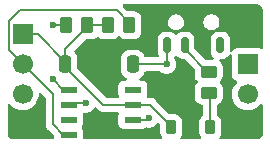
<source format=gbr>
%TF.GenerationSoftware,KiCad,Pcbnew,9.0.5*%
%TF.CreationDate,2025-11-16T03:13:01+01:00*%
%TF.ProjectId,LINBoard,4c494e42-6f61-4726-942e-6b696361645f,v1.0*%
%TF.SameCoordinates,Original*%
%TF.FileFunction,Copper,L1,Top*%
%TF.FilePolarity,Positive*%
%FSLAX46Y46*%
G04 Gerber Fmt 4.6, Leading zero omitted, Abs format (unit mm)*
G04 Created by KiCad (PCBNEW 9.0.5) date 2025-11-16 03:13:01*
%MOMM*%
%LPD*%
G01*
G04 APERTURE LIST*
G04 Aperture macros list*
%AMRoundRect*
0 Rectangle with rounded corners*
0 $1 Rounding radius*
0 $2 $3 $4 $5 $6 $7 $8 $9 X,Y pos of 4 corners*
0 Add a 4 corners polygon primitive as box body*
4,1,4,$2,$3,$4,$5,$6,$7,$8,$9,$2,$3,0*
0 Add four circle primitives for the rounded corners*
1,1,$1+$1,$2,$3*
1,1,$1+$1,$4,$5*
1,1,$1+$1,$6,$7*
1,1,$1+$1,$8,$9*
0 Add four rect primitives between the rounded corners*
20,1,$1+$1,$2,$3,$4,$5,0*
20,1,$1+$1,$4,$5,$6,$7,0*
20,1,$1+$1,$6,$7,$8,$9,0*
20,1,$1+$1,$8,$9,$2,$3,0*%
G04 Aperture macros list end*
%TA.AperFunction,SMDPad,CuDef*%
%ADD10RoundRect,0.250000X0.262500X0.450000X-0.262500X0.450000X-0.262500X-0.450000X0.262500X-0.450000X0*%
%TD*%
%TA.AperFunction,SMDPad,CuDef*%
%ADD11RoundRect,0.225000X0.225000X0.375000X-0.225000X0.375000X-0.225000X-0.375000X0.225000X-0.375000X0*%
%TD*%
%TA.AperFunction,SMDPad,CuDef*%
%ADD12RoundRect,0.150000X0.150000X0.500000X-0.150000X0.500000X-0.150000X-0.500000X0.150000X-0.500000X0*%
%TD*%
%TA.AperFunction,SMDPad,CuDef*%
%ADD13RoundRect,0.175000X0.350000X0.175000X-0.350000X0.175000X-0.350000X-0.175000X0.350000X-0.175000X0*%
%TD*%
%TA.AperFunction,SMDPad,CuDef*%
%ADD14RoundRect,0.250000X0.250000X0.475000X-0.250000X0.475000X-0.250000X-0.475000X0.250000X-0.475000X0*%
%TD*%
%TA.AperFunction,SMDPad,CuDef*%
%ADD15RoundRect,0.250000X-0.250000X-0.475000X0.250000X-0.475000X0.250000X0.475000X-0.250000X0.475000X0*%
%TD*%
%TA.AperFunction,SMDPad,CuDef*%
%ADD16RoundRect,0.250000X0.450000X-0.262500X0.450000X0.262500X-0.450000X0.262500X-0.450000X-0.262500X0*%
%TD*%
%TA.AperFunction,ComponentPad*%
%ADD17R,1.700000X1.700000*%
%TD*%
%TA.AperFunction,ComponentPad*%
%ADD18C,1.700000*%
%TD*%
%TA.AperFunction,SMDPad,CuDef*%
%ADD19RoundRect,0.250000X-0.262500X-0.450000X0.262500X-0.450000X0.262500X0.450000X-0.262500X0.450000X0*%
%TD*%
%TA.AperFunction,SMDPad,CuDef*%
%ADD20R,1.460500X0.558800*%
%TD*%
%TA.AperFunction,ViaPad*%
%ADD21C,0.600000*%
%TD*%
%TA.AperFunction,Conductor*%
%ADD22C,0.200000*%
%TD*%
G04 APERTURE END LIST*
D10*
%TO.P,R2,1*%
%TO.N,+5V*%
X84224500Y-53340000D03*
%TO.P,R2,2*%
%TO.N,Net-(U1-EN)*%
X82399500Y-53340000D03*
%TD*%
D11*
%TO.P,D1,1,K*%
%TO.N,Net-(D1-K)*%
X94614000Y-61976000D03*
%TO.P,D1,2,A*%
%TO.N,+5V*%
X91314000Y-61976000D03*
%TD*%
D12*
%TO.P,SW1,1,A*%
%TO.N,unconnected-(SW1-A-Pad1)*%
X95468000Y-55036000D03*
%TO.P,SW1,2,B*%
%TO.N,Net-(SW1-B)*%
X92468000Y-55036000D03*
%TO.P,SW1,3,C*%
%TO.N,Net-(J1-Pin_1)*%
X90968000Y-55036000D03*
D13*
%TO.P,SW1,SH*%
%TO.N,GNDREF*%
X96893000Y-54186000D03*
X96893000Y-51986000D03*
X89543000Y-54186000D03*
X89543000Y-51986000D03*
%TD*%
D14*
%TO.P,C1,1*%
%TO.N,Net-(J1-Pin_1)*%
X88072000Y-56642000D03*
%TO.P,C1,2*%
%TO.N,GNDREF*%
X86172000Y-56642000D03*
%TD*%
D15*
%TO.P,C2,1*%
%TO.N,+5V*%
X82362000Y-56642000D03*
%TO.P,C2,2*%
%TO.N,GNDREF*%
X84262000Y-56642000D03*
%TD*%
D16*
%TO.P,R3,1*%
%TO.N,Net-(D1-K)*%
X94488000Y-59078500D03*
%TO.P,R3,2*%
%TO.N,Net-(SW1-B)*%
X94488000Y-57253500D03*
%TD*%
D17*
%TO.P,J1,1,Pin_1*%
%TO.N,Net-(J1-Pin_1)*%
X97790000Y-56642000D03*
D18*
%TO.P,J1,2,Pin_2*%
X97790000Y-59182000D03*
%TD*%
D17*
%TO.P,J2,1,Pin_1*%
%TO.N,+5V*%
X78740000Y-54102000D03*
D18*
%TO.P,J2,2,Pin_2*%
%TO.N,Net-(J2-Pin_2)*%
X78740000Y-56642000D03*
%TO.P,J2,3,Pin_3*%
%TO.N,Net-(J2-Pin_3)*%
X78740000Y-59182000D03*
%TO.P,J2,4,Pin_4*%
%TO.N,GNDREF*%
X78740000Y-61722000D03*
%TD*%
D19*
%TO.P,R1,1*%
%TO.N,+5V*%
X85955500Y-53340000D03*
%TO.P,R1,2*%
%TO.N,Net-(J2-Pin_2)*%
X87780500Y-53340000D03*
%TD*%
D20*
%TO.P,U1,1,RXD*%
%TO.N,Net-(J2-Pin_3)*%
X82619850Y-58801000D03*
%TO.P,U1,2,EN*%
%TO.N,Net-(U1-EN)*%
X82619850Y-60071000D03*
%TO.P,U1,3,NC*%
%TO.N,unconnected-(U1-NC-Pad3)*%
X82619850Y-61341000D03*
%TO.P,U1,4,TXD*%
%TO.N,Net-(J2-Pin_2)*%
X82619850Y-62611000D03*
%TO.P,U1,5,GND*%
%TO.N,GNDREF*%
X88068150Y-62611000D03*
%TO.P,U1,6,LIN*%
%TO.N,Net-(J1-Pin_1)*%
X88068150Y-61341000D03*
%TO.P,U1,7,VSUP*%
%TO.N,+5V*%
X88068150Y-60071000D03*
%TO.P,U1,8,NC*%
%TO.N,unconnected-(U1-NC-Pad8)*%
X88068150Y-58801000D03*
%TD*%
D21*
%TO.N,GNDREF*%
X96012000Y-61468000D03*
X89916000Y-62484000D03*
X86106000Y-55118000D03*
X86106000Y-58674000D03*
X91948000Y-59182000D03*
X84328000Y-55118000D03*
X93218000Y-52070000D03*
X98298000Y-52578000D03*
X98044000Y-62230000D03*
X86106000Y-62484000D03*
%TO.N,Net-(J1-Pin_1)*%
X89408000Y-61214000D03*
X90932000Y-56642000D03*
%TO.N,Net-(J2-Pin_3)*%
X81280000Y-57912000D03*
%TO.N,Net-(U1-EN)*%
X84074000Y-59944000D03*
X81280000Y-53340000D03*
%TD*%
D22*
%TO.N,Net-(J1-Pin_1)*%
X88068150Y-61341000D02*
X89281000Y-61341000D01*
X88068150Y-61341000D02*
X88519000Y-61341000D01*
X90932000Y-56642000D02*
X90932000Y-55072000D01*
X90932000Y-55072000D02*
X90968000Y-55036000D01*
X88072000Y-56642000D02*
X90932000Y-56642000D01*
X89281000Y-61341000D02*
X89408000Y-61214000D01*
%TO.N,+5V*%
X82362000Y-55382200D02*
X84224500Y-53519700D01*
X82362000Y-56642000D02*
X82362000Y-56860400D01*
X85572600Y-60071000D02*
X88068150Y-60071000D01*
X78740000Y-54102000D02*
X80043000Y-54102000D01*
X88068150Y-60071000D02*
X89535000Y-60071000D01*
X82362000Y-56421000D02*
X82362000Y-56642000D01*
X82362000Y-56860400D02*
X85572600Y-60071000D01*
X82362000Y-56642000D02*
X82362000Y-55382200D01*
X91314000Y-61850000D02*
X91314000Y-61976000D01*
X80043000Y-54102000D02*
X82362000Y-56421000D01*
X84224500Y-53519700D02*
X84224500Y-53340000D01*
X85955500Y-53340000D02*
X84224500Y-53340000D01*
X89535000Y-60071000D02*
X91314000Y-61850000D01*
%TO.N,Net-(D1-K)*%
X94614000Y-61976000D02*
X94614000Y-59204500D01*
X94614000Y-59204500D02*
X94488000Y-59078500D01*
%TO.N,Net-(J2-Pin_3)*%
X81280000Y-57912000D02*
X82169000Y-58801000D01*
X82169000Y-58801000D02*
X82619850Y-58801000D01*
%TO.N,Net-(J2-Pin_2)*%
X87780500Y-53160300D02*
X86690200Y-52070000D01*
X81280000Y-59182000D02*
X81280000Y-61722000D01*
X81280000Y-61722000D02*
X82169000Y-62611000D01*
X78740000Y-56642000D02*
X81280000Y-59182000D01*
X77563000Y-52977000D02*
X77563000Y-55465000D01*
X82169000Y-62611000D02*
X82619850Y-62611000D01*
X77563000Y-55465000D02*
X78740000Y-56642000D01*
X87780500Y-53340000D02*
X87780500Y-53160300D01*
X86690200Y-52070000D02*
X78470000Y-52070000D01*
X78470000Y-52070000D02*
X77563000Y-52977000D01*
%TO.N,Net-(U1-EN)*%
X82399500Y-53340000D02*
X81280000Y-53340000D01*
X82746850Y-59944000D02*
X82619850Y-60071000D01*
X84074000Y-59944000D02*
X82746850Y-59944000D01*
%TO.N,Net-(SW1-B)*%
X94488000Y-57253500D02*
X94337500Y-57253500D01*
X94337500Y-57253500D02*
X92468000Y-55384000D01*
X92468000Y-55384000D02*
X92468000Y-55036000D01*
%TD*%
%TA.AperFunction,Conductor*%
%TO.N,GNDREF*%
G36*
X80295703Y-59047384D02*
G01*
X80302181Y-59053416D01*
X80643181Y-59394416D01*
X80676666Y-59455739D01*
X80679500Y-59482097D01*
X80679500Y-61635330D01*
X80679499Y-61635348D01*
X80679499Y-61801054D01*
X80679498Y-61801054D01*
X80696024Y-61862727D01*
X80720423Y-61953785D01*
X80734373Y-61977946D01*
X80776153Y-62050312D01*
X80799479Y-62090715D01*
X80918349Y-62209585D01*
X80918355Y-62209590D01*
X81352781Y-62644016D01*
X81367483Y-62670941D01*
X81384077Y-62696761D01*
X81384968Y-62702963D01*
X81386266Y-62705339D01*
X81389100Y-62731696D01*
X81389100Y-62804044D01*
X81389101Y-62875499D01*
X81369417Y-62942539D01*
X81316613Y-62988294D01*
X81265101Y-62999500D01*
X77968962Y-62999500D01*
X77955078Y-62998720D01*
X77942553Y-62997308D01*
X77864735Y-62988540D01*
X77837666Y-62982362D01*
X77758462Y-62954648D01*
X77733444Y-62942600D01*
X77662395Y-62897957D01*
X77640686Y-62880644D01*
X77581355Y-62821313D01*
X77564042Y-62799604D01*
X77519399Y-62728555D01*
X77507351Y-62703537D01*
X77507150Y-62702963D01*
X77479636Y-62624331D01*
X77473459Y-62597263D01*
X77463280Y-62506922D01*
X77462500Y-62493038D01*
X77462500Y-60102913D01*
X77482185Y-60035874D01*
X77534989Y-59990119D01*
X77604147Y-59980175D01*
X77667703Y-60009200D01*
X77686819Y-60030029D01*
X77709892Y-60061788D01*
X77860213Y-60212109D01*
X78032179Y-60337048D01*
X78032181Y-60337049D01*
X78032184Y-60337051D01*
X78221588Y-60433557D01*
X78423757Y-60499246D01*
X78633713Y-60532500D01*
X78633714Y-60532500D01*
X78846286Y-60532500D01*
X78846287Y-60532500D01*
X79056243Y-60499246D01*
X79258412Y-60433557D01*
X79447816Y-60337051D01*
X79494344Y-60303247D01*
X79619786Y-60212109D01*
X79619788Y-60212106D01*
X79619792Y-60212104D01*
X79770104Y-60061792D01*
X79770106Y-60061788D01*
X79770109Y-60061786D01*
X79895048Y-59889820D01*
X79895047Y-59889820D01*
X79895051Y-59889816D01*
X79991557Y-59700412D01*
X80057246Y-59498243D01*
X80090500Y-59288287D01*
X80090500Y-59141097D01*
X80110185Y-59074058D01*
X80162989Y-59028303D01*
X80232147Y-59018359D01*
X80295703Y-59047384D01*
G37*
%TD.AperFunction*%
%TA.AperFunction,Conductor*%
G36*
X84884901Y-60281925D02*
G01*
X84899351Y-60280111D01*
X84918355Y-60289203D01*
X84938944Y-60293682D01*
X84958824Y-60308564D01*
X84962379Y-60310265D01*
X84967198Y-60314833D01*
X85087739Y-60435374D01*
X85087749Y-60435385D01*
X85092079Y-60439715D01*
X85092080Y-60439716D01*
X85203884Y-60551520D01*
X85278328Y-60594500D01*
X85340815Y-60630577D01*
X85493543Y-60671500D01*
X85651657Y-60671500D01*
X86770625Y-60671500D01*
X86837664Y-60691185D01*
X86883419Y-60743989D01*
X86893363Y-60813147D01*
X86886807Y-60838833D01*
X86849447Y-60939001D01*
X86843809Y-60954117D01*
X86837400Y-61013727D01*
X86837400Y-61013734D01*
X86837400Y-61013735D01*
X86837400Y-61668270D01*
X86837401Y-61668276D01*
X86843808Y-61727883D01*
X86894102Y-61862728D01*
X86894106Y-61862735D01*
X86980352Y-61977944D01*
X86980354Y-61977946D01*
X87095564Y-62064193D01*
X87095571Y-62064197D01*
X87230417Y-62114491D01*
X87230416Y-62114491D01*
X87237344Y-62115235D01*
X87290027Y-62120900D01*
X88846272Y-62120899D01*
X88905883Y-62114491D01*
X89040731Y-62064196D01*
X89109462Y-62012743D01*
X89174925Y-61988326D01*
X89207965Y-61990393D01*
X89329155Y-62014500D01*
X89329158Y-62014500D01*
X89486844Y-62014500D01*
X89486845Y-62014499D01*
X89641497Y-61983737D01*
X89787179Y-61923394D01*
X89918289Y-61835789D01*
X90029789Y-61724289D01*
X90067218Y-61668273D01*
X90069720Y-61664529D01*
X90085885Y-61651019D01*
X90098512Y-61634152D01*
X90112156Y-61629062D01*
X90123332Y-61619723D01*
X90144236Y-61617097D01*
X90163976Y-61609735D01*
X90178207Y-61612830D01*
X90192657Y-61611016D01*
X90211661Y-61620108D01*
X90232249Y-61624587D01*
X90252128Y-61639469D01*
X90255684Y-61641170D01*
X90260503Y-61645738D01*
X90327181Y-61712416D01*
X90360666Y-61773739D01*
X90363500Y-61800097D01*
X90363500Y-62399337D01*
X90363501Y-62399355D01*
X90373650Y-62498707D01*
X90373651Y-62498710D01*
X90426996Y-62659694D01*
X90427001Y-62659705D01*
X90519823Y-62810191D01*
X90517062Y-62811893D01*
X90537847Y-62863253D01*
X90524879Y-62931909D01*
X90476852Y-62982656D01*
X90414453Y-62999500D01*
X83974600Y-62999500D01*
X83907561Y-62979815D01*
X83861806Y-62927011D01*
X83850600Y-62875500D01*
X83850599Y-62283729D01*
X83850598Y-62283723D01*
X83844191Y-62224116D01*
X83793897Y-62089272D01*
X83793896Y-62089269D01*
X83764729Y-62050307D01*
X83740313Y-61984848D01*
X83755164Y-61916575D01*
X83764721Y-61901702D01*
X83793896Y-61862731D01*
X83844191Y-61727883D01*
X83850600Y-61668273D01*
X83850599Y-61013728D01*
X83844191Y-60954117D01*
X83825348Y-60903596D01*
X83820363Y-60833905D01*
X83853847Y-60772581D01*
X83915170Y-60739096D01*
X83965721Y-60738645D01*
X83995155Y-60744500D01*
X83995158Y-60744500D01*
X84152844Y-60744500D01*
X84152845Y-60744499D01*
X84307497Y-60713737D01*
X84453179Y-60653394D01*
X84584289Y-60565789D01*
X84695789Y-60454289D01*
X84776415Y-60333622D01*
X84792581Y-60320112D01*
X84805207Y-60303247D01*
X84818851Y-60298157D01*
X84830027Y-60288818D01*
X84850931Y-60286192D01*
X84870671Y-60278830D01*
X84884901Y-60281925D01*
G37*
%TD.AperFunction*%
%TA.AperFunction,Conductor*%
G36*
X91761331Y-55915126D02*
G01*
X91805680Y-55943627D01*
X91916129Y-56054076D01*
X91916133Y-56054079D01*
X91916135Y-56054081D01*
X92057602Y-56137744D01*
X92097904Y-56149453D01*
X92215426Y-56183597D01*
X92215429Y-56183597D01*
X92215431Y-56183598D01*
X92252306Y-56186500D01*
X92369903Y-56186500D01*
X92436942Y-56206185D01*
X92457584Y-56222819D01*
X93251181Y-57016416D01*
X93284666Y-57077739D01*
X93287500Y-57104097D01*
X93287500Y-57566001D01*
X93287501Y-57566019D01*
X93298000Y-57668796D01*
X93298001Y-57668799D01*
X93353185Y-57835331D01*
X93353187Y-57835336D01*
X93366549Y-57856999D01*
X93444542Y-57983447D01*
X93445289Y-57984657D01*
X93538951Y-58078319D01*
X93572436Y-58139642D01*
X93567452Y-58209334D01*
X93538951Y-58253681D01*
X93445289Y-58347342D01*
X93353187Y-58496663D01*
X93353186Y-58496666D01*
X93298001Y-58663203D01*
X93298001Y-58663204D01*
X93298000Y-58663204D01*
X93287500Y-58765983D01*
X93287500Y-59391001D01*
X93287501Y-59391019D01*
X93298000Y-59493796D01*
X93298001Y-59493799D01*
X93330039Y-59590481D01*
X93353186Y-59660334D01*
X93445288Y-59809656D01*
X93569344Y-59933712D01*
X93718666Y-60025814D01*
X93885203Y-60080999D01*
X93902100Y-60082725D01*
X93966792Y-60109120D01*
X94006945Y-60166299D01*
X94013500Y-60206083D01*
X94013500Y-60910995D01*
X93993815Y-60978034D01*
X93954600Y-61016532D01*
X93935954Y-61028033D01*
X93816029Y-61147959D01*
X93727001Y-61292294D01*
X93726996Y-61292305D01*
X93673651Y-61453290D01*
X93663500Y-61552647D01*
X93663500Y-62399337D01*
X93663501Y-62399355D01*
X93673650Y-62498707D01*
X93673651Y-62498710D01*
X93726996Y-62659694D01*
X93727001Y-62659705D01*
X93819823Y-62810191D01*
X93817062Y-62811893D01*
X93837847Y-62863253D01*
X93824879Y-62931909D01*
X93776852Y-62982656D01*
X93714453Y-62999500D01*
X92213547Y-62999500D01*
X92146508Y-62979815D01*
X92100753Y-62927011D01*
X92090809Y-62857853D01*
X92110664Y-62811725D01*
X92108177Y-62810191D01*
X92200998Y-62659705D01*
X92200997Y-62659705D01*
X92201003Y-62659697D01*
X92254349Y-62498708D01*
X92264500Y-62399345D01*
X92264499Y-61552656D01*
X92254349Y-61453292D01*
X92201003Y-61292303D01*
X92200999Y-61292297D01*
X92200998Y-61292294D01*
X92111970Y-61147959D01*
X92111967Y-61147955D01*
X91992044Y-61028032D01*
X91992040Y-61028029D01*
X91847705Y-60939001D01*
X91847699Y-60938998D01*
X91847697Y-60938997D01*
X91763192Y-60910995D01*
X91686709Y-60885651D01*
X91587352Y-60875500D01*
X91587345Y-60875500D01*
X91240097Y-60875500D01*
X91173058Y-60855815D01*
X91152416Y-60839181D01*
X90022590Y-59709355D01*
X90022588Y-59709352D01*
X89903717Y-59590481D01*
X89903709Y-59590475D01*
X89788909Y-59524196D01*
X89788908Y-59524195D01*
X89773358Y-59515218D01*
X89766785Y-59511423D01*
X89614057Y-59470499D01*
X89455943Y-59470499D01*
X89448347Y-59470499D01*
X89448331Y-59470500D01*
X89365675Y-59470500D01*
X89298636Y-59450815D01*
X89252881Y-59398011D01*
X89242937Y-59328853D01*
X89249493Y-59303167D01*
X89255043Y-59288286D01*
X89292491Y-59187883D01*
X89298900Y-59128273D01*
X89298899Y-58473728D01*
X89292491Y-58414117D01*
X89267586Y-58347344D01*
X89242197Y-58279271D01*
X89242193Y-58279264D01*
X89155947Y-58164055D01*
X89155944Y-58164052D01*
X89040735Y-58077806D01*
X89040728Y-58077802D01*
X88905882Y-58027508D01*
X88905883Y-58027508D01*
X88846283Y-58021101D01*
X88846281Y-58021100D01*
X88846273Y-58021100D01*
X88846265Y-58021100D01*
X88723052Y-58021100D01*
X88656013Y-58001415D01*
X88610258Y-57948611D01*
X88600314Y-57879453D01*
X88629339Y-57815897D01*
X88657953Y-57791562D01*
X88790656Y-57709712D01*
X88914712Y-57585656D01*
X89006814Y-57436334D01*
X89042879Y-57327494D01*
X89082652Y-57270051D01*
X89147167Y-57243228D01*
X89160585Y-57242500D01*
X90352234Y-57242500D01*
X90419273Y-57262185D01*
X90421125Y-57263398D01*
X90552814Y-57351390D01*
X90552827Y-57351397D01*
X90698498Y-57411735D01*
X90698503Y-57411737D01*
X90822145Y-57436331D01*
X90853153Y-57442499D01*
X90853156Y-57442500D01*
X90853158Y-57442500D01*
X91010844Y-57442500D01*
X91010845Y-57442499D01*
X91165497Y-57411737D01*
X91311179Y-57351394D01*
X91442289Y-57263789D01*
X91553789Y-57152289D01*
X91641394Y-57021179D01*
X91701737Y-56875497D01*
X91732500Y-56720842D01*
X91732500Y-56563158D01*
X91732500Y-56563155D01*
X91732499Y-56563153D01*
X91727041Y-56535713D01*
X91701737Y-56408503D01*
X91665533Y-56321097D01*
X91641397Y-56262827D01*
X91641390Y-56262814D01*
X91565644Y-56149453D01*
X91556156Y-56119152D01*
X91545062Y-56089409D01*
X91545792Y-56086052D01*
X91544766Y-56082776D01*
X91553163Y-56052163D01*
X91559913Y-56021136D01*
X91562694Y-56017420D01*
X91563250Y-56015396D01*
X91581064Y-55992882D01*
X91604935Y-55969011D01*
X91630319Y-55943626D01*
X91691640Y-55910142D01*
X91761331Y-55915126D01*
G37*
%TD.AperFunction*%
%TA.AperFunction,Conductor*%
G36*
X96393168Y-55781415D02*
G01*
X96433098Y-55838750D01*
X96439500Y-55878078D01*
X96439500Y-57539870D01*
X96439501Y-57539876D01*
X96445908Y-57599483D01*
X96496202Y-57734328D01*
X96496206Y-57734335D01*
X96582452Y-57849544D01*
X96582455Y-57849547D01*
X96697664Y-57935793D01*
X96697671Y-57935797D01*
X96829082Y-57984810D01*
X96885016Y-58026681D01*
X96909433Y-58092145D01*
X96894582Y-58160418D01*
X96873431Y-58188673D01*
X96759889Y-58302215D01*
X96634951Y-58474179D01*
X96538444Y-58663585D01*
X96472753Y-58865760D01*
X96439762Y-59074058D01*
X96439500Y-59075713D01*
X96439500Y-59288287D01*
X96445925Y-59328853D01*
X96472049Y-59493797D01*
X96472754Y-59498243D01*
X96525421Y-59660336D01*
X96538444Y-59700414D01*
X96634951Y-59889820D01*
X96759890Y-60061786D01*
X96910213Y-60212109D01*
X97082179Y-60337048D01*
X97082181Y-60337049D01*
X97082184Y-60337051D01*
X97271588Y-60433557D01*
X97473757Y-60499246D01*
X97683713Y-60532500D01*
X97683714Y-60532500D01*
X97896286Y-60532500D01*
X97896287Y-60532500D01*
X98106243Y-60499246D01*
X98308412Y-60433557D01*
X98497816Y-60337051D01*
X98544344Y-60303247D01*
X98669786Y-60212109D01*
X98669788Y-60212106D01*
X98669792Y-60212104D01*
X98820104Y-60061792D01*
X98843181Y-60030028D01*
X98898510Y-59987363D01*
X98968123Y-59981382D01*
X99029919Y-60013987D01*
X99064277Y-60074825D01*
X99067500Y-60102913D01*
X99067500Y-62493038D01*
X99066720Y-62506922D01*
X99066720Y-62506923D01*
X99056540Y-62597264D01*
X99050362Y-62624333D01*
X99022648Y-62703537D01*
X99010600Y-62728555D01*
X98965957Y-62799604D01*
X98948644Y-62821313D01*
X98889313Y-62880644D01*
X98867604Y-62897957D01*
X98796555Y-62942600D01*
X98771537Y-62954648D01*
X98692333Y-62982362D01*
X98665264Y-62988540D01*
X98585075Y-62997576D01*
X98574921Y-62998720D01*
X98561038Y-62999500D01*
X95513547Y-62999500D01*
X95446508Y-62979815D01*
X95400753Y-62927011D01*
X95390809Y-62857853D01*
X95410664Y-62811725D01*
X95408177Y-62810191D01*
X95500998Y-62659705D01*
X95500997Y-62659705D01*
X95501003Y-62659697D01*
X95554349Y-62498708D01*
X95564500Y-62399345D01*
X95564499Y-61552656D01*
X95554349Y-61453292D01*
X95501003Y-61292303D01*
X95500999Y-61292297D01*
X95500998Y-61292294D01*
X95411970Y-61147959D01*
X95411969Y-61147958D01*
X95411968Y-61147956D01*
X95292044Y-61028032D01*
X95273399Y-61016531D01*
X95226677Y-60964582D01*
X95214500Y-60910995D01*
X95214500Y-60121440D01*
X95234185Y-60054401D01*
X95273401Y-60015903D01*
X95406656Y-59933712D01*
X95530712Y-59809656D01*
X95622814Y-59660334D01*
X95677999Y-59493797D01*
X95688500Y-59391009D01*
X95688499Y-58765992D01*
X95686194Y-58743431D01*
X95677999Y-58663203D01*
X95677998Y-58663200D01*
X95622814Y-58496666D01*
X95530712Y-58347344D01*
X95437049Y-58253681D01*
X95403564Y-58192358D01*
X95408548Y-58122666D01*
X95437049Y-58078319D01*
X95437566Y-58077802D01*
X95530712Y-57984656D01*
X95622814Y-57835334D01*
X95677999Y-57668797D01*
X95688500Y-57566009D01*
X95688499Y-56940992D01*
X95677999Y-56838203D01*
X95622814Y-56671666D01*
X95530712Y-56522344D01*
X95406656Y-56398288D01*
X95406549Y-56398181D01*
X95373064Y-56336858D01*
X95378048Y-56267166D01*
X95419920Y-56211233D01*
X95485384Y-56186816D01*
X95494230Y-56186500D01*
X95683686Y-56186500D01*
X95683694Y-56186500D01*
X95720569Y-56183598D01*
X95720571Y-56183597D01*
X95720573Y-56183597D01*
X95802364Y-56159834D01*
X95878398Y-56137744D01*
X96019865Y-56054081D01*
X96136081Y-55937865D01*
X96208768Y-55814956D01*
X96259837Y-55767274D01*
X96328578Y-55754770D01*
X96393168Y-55781415D01*
G37*
%TD.AperFunction*%
%TA.AperFunction,Conductor*%
G36*
X98574922Y-51555280D02*
G01*
X98665266Y-51565459D01*
X98692331Y-51571636D01*
X98771540Y-51599352D01*
X98796553Y-51611398D01*
X98867606Y-51656043D01*
X98889313Y-51673355D01*
X98948644Y-51732686D01*
X98965957Y-51754395D01*
X99010600Y-51825444D01*
X99022648Y-51850462D01*
X99050362Y-51929666D01*
X99056540Y-51956735D01*
X99066720Y-52047076D01*
X99067500Y-52060961D01*
X99067500Y-55240322D01*
X99047815Y-55307361D01*
X98995011Y-55353116D01*
X98925853Y-55363060D01*
X98884078Y-55349157D01*
X98882333Y-55348204D01*
X98747482Y-55297908D01*
X98747483Y-55297908D01*
X98687883Y-55291501D01*
X98687881Y-55291500D01*
X98687873Y-55291500D01*
X98687864Y-55291500D01*
X96892129Y-55291500D01*
X96892123Y-55291501D01*
X96832516Y-55297908D01*
X96697671Y-55348202D01*
X96697664Y-55348206D01*
X96582455Y-55434452D01*
X96582452Y-55434455D01*
X96491766Y-55555596D01*
X96435832Y-55597467D01*
X96366141Y-55602451D01*
X96304818Y-55568965D01*
X96271334Y-55507642D01*
X96268500Y-55481285D01*
X96268500Y-54470313D01*
X96268499Y-54470298D01*
X96265598Y-54433432D01*
X96265597Y-54433426D01*
X96219745Y-54275606D01*
X96219744Y-54275603D01*
X96219744Y-54275602D01*
X96136081Y-54134135D01*
X96136079Y-54134133D01*
X96136076Y-54134129D01*
X96019870Y-54017923D01*
X96019862Y-54017917D01*
X95892840Y-53942797D01*
X95878398Y-53934256D01*
X95878397Y-53934255D01*
X95878396Y-53934255D01*
X95878393Y-53934254D01*
X95720573Y-53888402D01*
X95720567Y-53888401D01*
X95683701Y-53885500D01*
X95683694Y-53885500D01*
X95252306Y-53885500D01*
X95252298Y-53885500D01*
X95215432Y-53888401D01*
X95137983Y-53910902D01*
X95137975Y-53910905D01*
X95057602Y-53934256D01*
X95003098Y-53966489D01*
X95003094Y-53966491D01*
X94916138Y-54017916D01*
X94916129Y-54017923D01*
X94799923Y-54134129D01*
X94799917Y-54134137D01*
X94716255Y-54275603D01*
X94716254Y-54275606D01*
X94670402Y-54433426D01*
X94670401Y-54433432D01*
X94667500Y-54470298D01*
X94667500Y-55601701D01*
X94670401Y-55638567D01*
X94670402Y-55638573D01*
X94716254Y-55796393D01*
X94716255Y-55796396D01*
X94716256Y-55796398D01*
X94727232Y-55814957D01*
X94799917Y-55937862D01*
X94799923Y-55937870D01*
X94890872Y-56028819D01*
X94924357Y-56090142D01*
X94919373Y-56159834D01*
X94877501Y-56215767D01*
X94812037Y-56240184D01*
X94803191Y-56240500D01*
X94225097Y-56240500D01*
X94158058Y-56220815D01*
X94137416Y-56204181D01*
X93304819Y-55371584D01*
X93271334Y-55310261D01*
X93268500Y-55283903D01*
X93268500Y-54470313D01*
X93268499Y-54470298D01*
X93265598Y-54433432D01*
X93265597Y-54433426D01*
X93219745Y-54275606D01*
X93219744Y-54275603D01*
X93219744Y-54275602D01*
X93136081Y-54134135D01*
X93136079Y-54134133D01*
X93136076Y-54134129D01*
X93019870Y-54017923D01*
X93019862Y-54017917D01*
X92892840Y-53942797D01*
X92878398Y-53934256D01*
X92878397Y-53934255D01*
X92878396Y-53934255D01*
X92878393Y-53934254D01*
X92720573Y-53888402D01*
X92720567Y-53888401D01*
X92683701Y-53885500D01*
X92683694Y-53885500D01*
X92252306Y-53885500D01*
X92252298Y-53885500D01*
X92215432Y-53888401D01*
X92137983Y-53910902D01*
X92137975Y-53910905D01*
X92057602Y-53934256D01*
X92003098Y-53966489D01*
X92003094Y-53966491D01*
X91916138Y-54017916D01*
X91916129Y-54017923D01*
X91805681Y-54128372D01*
X91744358Y-54161857D01*
X91674666Y-54156873D01*
X91630319Y-54128372D01*
X91519870Y-54017923D01*
X91519862Y-54017917D01*
X91487262Y-53998637D01*
X91378398Y-53934256D01*
X91298017Y-53910903D01*
X91298015Y-53910902D01*
X91220567Y-53888401D01*
X91183701Y-53885500D01*
X91183694Y-53885500D01*
X90752306Y-53885500D01*
X90752298Y-53885500D01*
X90715432Y-53888401D01*
X90715426Y-53888402D01*
X90557606Y-53934254D01*
X90557603Y-53934255D01*
X90416137Y-54017917D01*
X90416129Y-54017923D01*
X90299923Y-54134129D01*
X90299917Y-54134137D01*
X90216255Y-54275603D01*
X90216254Y-54275606D01*
X90170402Y-54433426D01*
X90170401Y-54433432D01*
X90167500Y-54470298D01*
X90167500Y-55601701D01*
X90170401Y-55638567D01*
X90170402Y-55638573D01*
X90216254Y-55796393D01*
X90216255Y-55796396D01*
X90216256Y-55796398D01*
X90217999Y-55799346D01*
X90250546Y-55854379D01*
X90267729Y-55922103D01*
X90245569Y-55988366D01*
X90191103Y-56032129D01*
X90143814Y-56041500D01*
X89160585Y-56041500D01*
X89093546Y-56021815D01*
X89047791Y-55969011D01*
X89042879Y-55956504D01*
X89006814Y-55847666D01*
X88914712Y-55698344D01*
X88790656Y-55574288D01*
X88641334Y-55482186D01*
X88474797Y-55427001D01*
X88474795Y-55427000D01*
X88372010Y-55416500D01*
X87771998Y-55416500D01*
X87771980Y-55416501D01*
X87669203Y-55427000D01*
X87669200Y-55427001D01*
X87502668Y-55482185D01*
X87502663Y-55482187D01*
X87353342Y-55574289D01*
X87229289Y-55698342D01*
X87137187Y-55847663D01*
X87137185Y-55847668D01*
X87127108Y-55878078D01*
X87082001Y-56014203D01*
X87082001Y-56014204D01*
X87082000Y-56014204D01*
X87071500Y-56116983D01*
X87071500Y-57167001D01*
X87071501Y-57167019D01*
X87082000Y-57269796D01*
X87082001Y-57269799D01*
X87137185Y-57436331D01*
X87137187Y-57436336D01*
X87152691Y-57461472D01*
X87229288Y-57585656D01*
X87353344Y-57709712D01*
X87486045Y-57791562D01*
X87532769Y-57843509D01*
X87543992Y-57912471D01*
X87516149Y-57976553D01*
X87458080Y-58015410D01*
X87420949Y-58021100D01*
X87290030Y-58021100D01*
X87290023Y-58021101D01*
X87230416Y-58027508D01*
X87095571Y-58077802D01*
X87095564Y-58077806D01*
X86980355Y-58164052D01*
X86980352Y-58164055D01*
X86894106Y-58279264D01*
X86894102Y-58279271D01*
X86843810Y-58414113D01*
X86843809Y-58414117D01*
X86837400Y-58473727D01*
X86837400Y-58473734D01*
X86837400Y-58473735D01*
X86837400Y-59128270D01*
X86837401Y-59128276D01*
X86843808Y-59187883D01*
X86886807Y-59303167D01*
X86891791Y-59372859D01*
X86858306Y-59434182D01*
X86796983Y-59467666D01*
X86770625Y-59470500D01*
X85872697Y-59470500D01*
X85805658Y-59450815D01*
X85785016Y-59434181D01*
X83398818Y-57047983D01*
X83365333Y-56986660D01*
X83362499Y-56960302D01*
X83362499Y-56116998D01*
X83362498Y-56116981D01*
X83351999Y-56014203D01*
X83351998Y-56014200D01*
X83332879Y-55956504D01*
X83296814Y-55847666D01*
X83204712Y-55698344D01*
X83137582Y-55631214D01*
X83104097Y-55569891D01*
X83109081Y-55500199D01*
X83137582Y-55455852D01*
X84016616Y-54576818D01*
X84077939Y-54543333D01*
X84104297Y-54540499D01*
X84537002Y-54540499D01*
X84537008Y-54540499D01*
X84639797Y-54529999D01*
X84806334Y-54474814D01*
X84955656Y-54382712D01*
X85002319Y-54336049D01*
X85063642Y-54302564D01*
X85133334Y-54307548D01*
X85177681Y-54336049D01*
X85224344Y-54382712D01*
X85373666Y-54474814D01*
X85540203Y-54529999D01*
X85642991Y-54540500D01*
X86268008Y-54540499D01*
X86268016Y-54540498D01*
X86268019Y-54540498D01*
X86324302Y-54534748D01*
X86370797Y-54529999D01*
X86537334Y-54474814D01*
X86686656Y-54382712D01*
X86780319Y-54289049D01*
X86841642Y-54255564D01*
X86911334Y-54260548D01*
X86955681Y-54289049D01*
X87049344Y-54382712D01*
X87198666Y-54474814D01*
X87365203Y-54529999D01*
X87467991Y-54540500D01*
X88093008Y-54540499D01*
X88093016Y-54540498D01*
X88093019Y-54540498D01*
X88149302Y-54534748D01*
X88195797Y-54529999D01*
X88362334Y-54474814D01*
X88511656Y-54382712D01*
X88635712Y-54258656D01*
X88727814Y-54109334D01*
X88782999Y-53942797D01*
X88793500Y-53840009D01*
X88793499Y-53152533D01*
X91042499Y-53152533D01*
X91068458Y-53283030D01*
X91068461Y-53283040D01*
X91119376Y-53405961D01*
X91119386Y-53405979D01*
X91193301Y-53516601D01*
X91193307Y-53516609D01*
X91287390Y-53610692D01*
X91287398Y-53610698D01*
X91395159Y-53682702D01*
X91395162Y-53682703D01*
X91398031Y-53684620D01*
X91520964Y-53735540D01*
X91573663Y-53746022D01*
X91651466Y-53761500D01*
X91651469Y-53761500D01*
X91784533Y-53761500D01*
X91910377Y-53736467D01*
X91910378Y-53736466D01*
X91915036Y-53735540D01*
X92037969Y-53684620D01*
X92148606Y-53610695D01*
X92242695Y-53516606D01*
X92316620Y-53405969D01*
X92367540Y-53283036D01*
X92383236Y-53204129D01*
X92393500Y-53152533D01*
X94042499Y-53152533D01*
X94068458Y-53283030D01*
X94068461Y-53283040D01*
X94119376Y-53405961D01*
X94119386Y-53405979D01*
X94193301Y-53516601D01*
X94193307Y-53516609D01*
X94287390Y-53610692D01*
X94287398Y-53610698D01*
X94398020Y-53684613D01*
X94398023Y-53684614D01*
X94398031Y-53684620D01*
X94398037Y-53684622D01*
X94398038Y-53684623D01*
X94515517Y-53733284D01*
X94520964Y-53735540D01*
X94520968Y-53735540D01*
X94520969Y-53735541D01*
X94651466Y-53761500D01*
X94651469Y-53761500D01*
X94784533Y-53761500D01*
X94910377Y-53736467D01*
X94910378Y-53736466D01*
X94915036Y-53735540D01*
X95037969Y-53684620D01*
X95148606Y-53610695D01*
X95242695Y-53516606D01*
X95316620Y-53405969D01*
X95367540Y-53283036D01*
X95383236Y-53204129D01*
X95393500Y-53152533D01*
X95393500Y-53019466D01*
X95367541Y-52888969D01*
X95367540Y-52888968D01*
X95367540Y-52888964D01*
X95366939Y-52887512D01*
X95316623Y-52766038D01*
X95316622Y-52766037D01*
X95316620Y-52766031D01*
X95252788Y-52670500D01*
X95242698Y-52655398D01*
X95242692Y-52655390D01*
X95148609Y-52561307D01*
X95148601Y-52561301D01*
X95037979Y-52487386D01*
X95037972Y-52487382D01*
X95037969Y-52487380D01*
X95037965Y-52487378D01*
X95037961Y-52487376D01*
X94915040Y-52436461D01*
X94915030Y-52436458D01*
X94784533Y-52410500D01*
X94784531Y-52410500D01*
X94651469Y-52410500D01*
X94651467Y-52410500D01*
X94520969Y-52436458D01*
X94520959Y-52436461D01*
X94398038Y-52487376D01*
X94398020Y-52487386D01*
X94287398Y-52561301D01*
X94287390Y-52561307D01*
X94193307Y-52655390D01*
X94193301Y-52655398D01*
X94119386Y-52766020D01*
X94119376Y-52766038D01*
X94068461Y-52888959D01*
X94068458Y-52888969D01*
X94042500Y-53019466D01*
X94042500Y-53019469D01*
X94042500Y-53152531D01*
X94042500Y-53152533D01*
X94042499Y-53152533D01*
X92393500Y-53152533D01*
X92393500Y-53019466D01*
X92367541Y-52888969D01*
X92367540Y-52888968D01*
X92367540Y-52888964D01*
X92366939Y-52887512D01*
X92316623Y-52766038D01*
X92316622Y-52766037D01*
X92316620Y-52766031D01*
X92252788Y-52670500D01*
X92242698Y-52655398D01*
X92242692Y-52655390D01*
X92148609Y-52561307D01*
X92148601Y-52561301D01*
X92037979Y-52487386D01*
X92037972Y-52487382D01*
X92037969Y-52487380D01*
X92037965Y-52487378D01*
X92037961Y-52487376D01*
X91915040Y-52436461D01*
X91915030Y-52436458D01*
X91784533Y-52410500D01*
X91784531Y-52410500D01*
X91651469Y-52410500D01*
X91651467Y-52410500D01*
X91520969Y-52436458D01*
X91520959Y-52436461D01*
X91398038Y-52487376D01*
X91398020Y-52487386D01*
X91287398Y-52561301D01*
X91287390Y-52561307D01*
X91193307Y-52655390D01*
X91193301Y-52655398D01*
X91119386Y-52766020D01*
X91119376Y-52766038D01*
X91068461Y-52888959D01*
X91068458Y-52888969D01*
X91042500Y-53019466D01*
X91042500Y-53019469D01*
X91042500Y-53152531D01*
X91042500Y-53152533D01*
X91042499Y-53152533D01*
X88793499Y-53152533D01*
X88793499Y-52839992D01*
X88782999Y-52737203D01*
X88727814Y-52570666D01*
X88635712Y-52421344D01*
X88511656Y-52297288D01*
X88362334Y-52205186D01*
X88195797Y-52150001D01*
X88195795Y-52150000D01*
X88093016Y-52139500D01*
X88093009Y-52139500D01*
X87660297Y-52139500D01*
X87593258Y-52119815D01*
X87572616Y-52103181D01*
X87235616Y-51766181D01*
X87202131Y-51704858D01*
X87207115Y-51635166D01*
X87248987Y-51579233D01*
X87314451Y-51554816D01*
X87323297Y-51554500D01*
X98502108Y-51554500D01*
X98561038Y-51554500D01*
X98574922Y-51555280D01*
G37*
%TD.AperFunction*%
%TD*%
M02*

</source>
